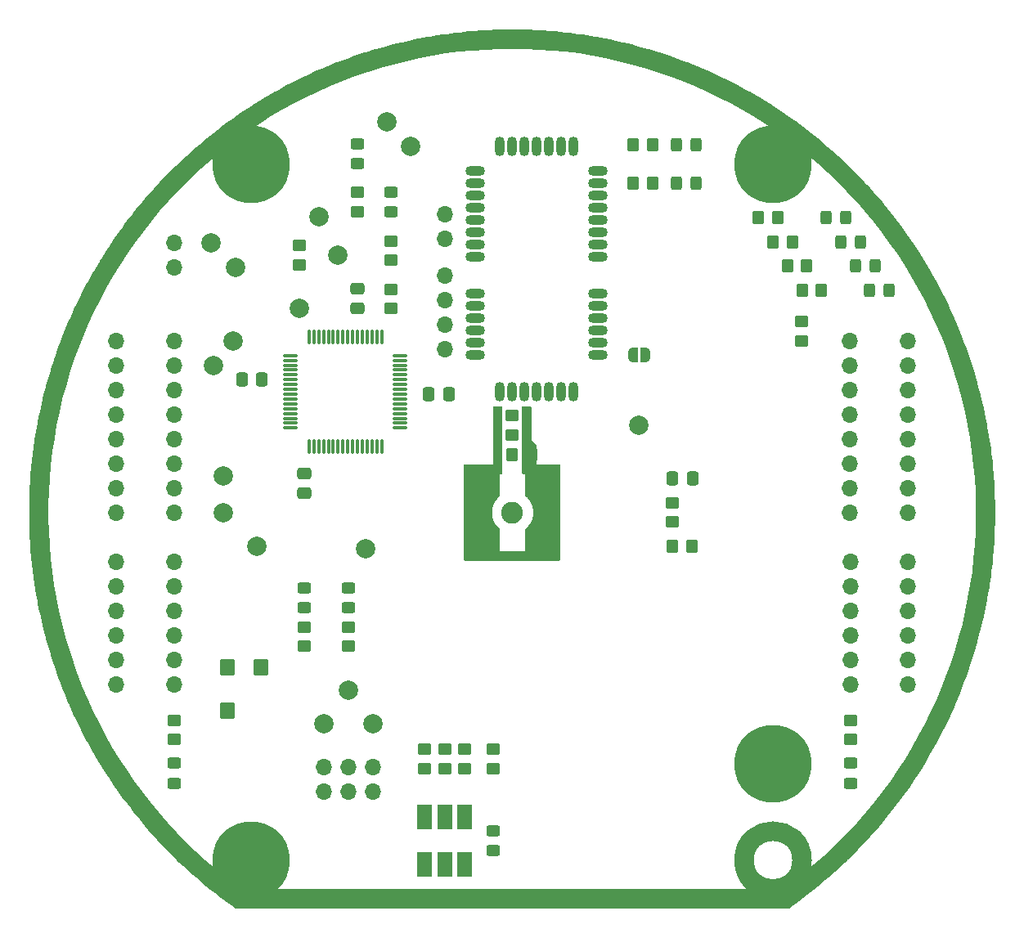
<source format=gbr>
%TF.GenerationSoftware,KiCad,Pcbnew,9.0.4*%
%TF.CreationDate,2025-08-27T20:59:25+02:00*%
%TF.ProjectId,TelemetryOnboard,54656c65-6d65-4747-9279-4f6e626f6172,rev?*%
%TF.SameCoordinates,Original*%
%TF.FileFunction,Soldermask,Top*%
%TF.FilePolarity,Negative*%
%FSLAX46Y46*%
G04 Gerber Fmt 4.6, Leading zero omitted, Abs format (unit mm)*
G04 Created by KiCad (PCBNEW 9.0.4) date 2025-08-27 20:59:25*
%MOMM*%
%LPD*%
G01*
G04 APERTURE LIST*
G04 Aperture macros list*
%AMRoundRect*
0 Rectangle with rounded corners*
0 $1 Rounding radius*
0 $2 $3 $4 $5 $6 $7 $8 $9 X,Y pos of 4 corners*
0 Add a 4 corners polygon primitive as box body*
4,1,4,$2,$3,$4,$5,$6,$7,$8,$9,$2,$3,0*
0 Add four circle primitives for the rounded corners*
1,1,$1+$1,$2,$3*
1,1,$1+$1,$4,$5*
1,1,$1+$1,$6,$7*
1,1,$1+$1,$8,$9*
0 Add four rect primitives between the rounded corners*
20,1,$1+$1,$2,$3,$4,$5,0*
20,1,$1+$1,$4,$5,$6,$7,0*
20,1,$1+$1,$6,$7,$8,$9,0*
20,1,$1+$1,$8,$9,$2,$3,0*%
%AMFreePoly0*
4,1,23,0.500000,-0.750000,0.000000,-0.750000,0.000000,-0.745722,-0.065263,-0.745722,-0.191342,-0.711940,-0.304381,-0.646677,-0.396677,-0.554381,-0.461940,-0.441342,-0.495722,-0.315263,-0.495722,-0.250000,-0.500000,-0.250000,-0.500000,0.250000,-0.495722,0.250000,-0.495722,0.315263,-0.461940,0.441342,-0.396677,0.554381,-0.304381,0.646677,-0.191342,0.711940,-0.065263,0.745722,0.000000,0.745722,
0.000000,0.750000,0.500000,0.750000,0.500000,-0.750000,0.500000,-0.750000,$1*%
%AMFreePoly1*
4,1,23,0.000000,0.745722,0.065263,0.745722,0.191342,0.711940,0.304381,0.646677,0.396677,0.554381,0.461940,0.441342,0.495722,0.315263,0.495722,0.250000,0.500000,0.250000,0.500000,-0.250000,0.495722,-0.250000,0.495722,-0.315263,0.461940,-0.441342,0.396677,-0.554381,0.304381,-0.646677,0.191342,-0.711940,0.065263,-0.745722,0.000000,-0.745722,0.000000,-0.750000,-0.500000,-0.750000,
-0.500000,0.750000,0.000000,0.750000,0.000000,0.745722,0.000000,0.745722,$1*%
G04 Aperture macros list end*
%ADD10C,2.000000*%
%ADD11C,0.010000*%
%ADD12C,2.000000*%
%ADD13RoundRect,0.250000X-0.337500X-0.475000X0.337500X-0.475000X0.337500X0.475000X-0.337500X0.475000X0*%
%ADD14RoundRect,0.250000X0.337500X0.475000X-0.337500X0.475000X-0.337500X-0.475000X0.337500X-0.475000X0*%
%ADD15RoundRect,0.250000X-0.450000X0.350000X-0.450000X-0.350000X0.450000X-0.350000X0.450000X0.350000X0*%
%ADD16O,1.700000X1.700000*%
%ADD17RoundRect,0.250000X0.450000X-0.325000X0.450000X0.325000X-0.450000X0.325000X-0.450000X-0.325000X0*%
%ADD18C,4.700000*%
%ADD19C,8.000000*%
%ADD20R,1.600000X2.600000*%
%ADD21RoundRect,0.250000X0.350000X0.450000X-0.350000X0.450000X-0.350000X-0.450000X0.350000X-0.450000X0*%
%ADD22RoundRect,0.250000X0.325000X0.450000X-0.325000X0.450000X-0.325000X-0.450000X0.325000X-0.450000X0*%
%ADD23RoundRect,0.250000X-0.475000X0.337500X-0.475000X-0.337500X0.475000X-0.337500X0.475000X0.337500X0*%
%ADD24RoundRect,0.075000X-0.075000X0.662500X-0.075000X-0.662500X0.075000X-0.662500X0.075000X0.662500X0*%
%ADD25RoundRect,0.075000X-0.662500X0.075000X-0.662500X-0.075000X0.662500X-0.075000X0.662500X0.075000X0*%
%ADD26RoundRect,0.250000X0.450000X-0.350000X0.450000X0.350000X-0.450000X0.350000X-0.450000X-0.350000X0*%
%ADD27RoundRect,0.102000X-0.650000X-0.750000X0.650000X-0.750000X0.650000X0.750000X-0.650000X0.750000X0*%
%ADD28C,2.254000*%
%ADD29RoundRect,0.250000X-0.350000X-0.450000X0.350000X-0.450000X0.350000X0.450000X-0.350000X0.450000X0*%
%ADD30RoundRect,0.508000X-0.000010X0.508000X-0.000010X-0.508000X0.000010X-0.508000X0.000010X0.508000X0*%
%ADD31RoundRect,0.508000X0.000010X-0.508000X0.000010X0.508000X-0.000010X0.508000X-0.000010X-0.508000X0*%
%ADD32RoundRect,0.508000X-0.508000X-0.000010X0.508000X-0.000010X0.508000X0.000010X-0.508000X0.000010X0*%
%ADD33RoundRect,0.250000X0.475000X-0.337500X0.475000X0.337500X-0.475000X0.337500X-0.475000X-0.337500X0*%
%ADD34FreePoly0,0.000000*%
%ADD35FreePoly1,0.000000*%
G04 APERTURE END LIST*
D10*
X29999984Y-35999940D02*
G75*
G02*
X23999984Y-35999940I-3000000J0D01*
G01*
X23999984Y-35999940D02*
G75*
G02*
X29999984Y-35999940I3000000J0D01*
G01*
D11*
%TO.C,J3*%
X-1340016Y1770060D02*
X-1385016Y1731060D01*
X-1436016Y1684060D01*
X-1485016Y1636060D01*
X-1533016Y1587060D01*
X-1580016Y1536060D01*
X-1625016Y1484060D01*
X-1669016Y1430060D01*
X-1711016Y1375060D01*
X-1751016Y1320060D01*
X-1790016Y1262060D01*
X-1827016Y1204060D01*
X-1862016Y1145060D01*
X-1896016Y1085060D01*
X-1928016Y1024060D01*
X-1958016Y962060D01*
X-1986016Y899060D01*
X-2012016Y835060D01*
X-2037016Y770060D01*
X-2060016Y705060D01*
X-2080016Y639060D01*
X-2099016Y573060D01*
X-2116016Y506060D01*
X-2131016Y439060D01*
X-2144016Y371060D01*
X-2155016Y303060D01*
X-2164016Y235060D01*
X-2171016Y166060D01*
X-2176016Y97060D01*
X-2179016Y28060D01*
X-2180016Y-49940D01*
X-2176016Y-125940D01*
X-2171016Y-189940D01*
X-2164016Y-253940D01*
X-2156016Y-317940D01*
X-2145016Y-380940D01*
X-2133016Y-443940D01*
X-2118016Y-506940D01*
X-2102016Y-568940D01*
X-2084016Y-630940D01*
X-2065016Y-691940D01*
X-2043016Y-752940D01*
X-2020016Y-812940D01*
X-1995016Y-871940D01*
X-1968016Y-930940D01*
X-1940016Y-987940D01*
X-1910016Y-1044940D01*
X-1878016Y-1100940D01*
X-1845016Y-1155940D01*
X-1810016Y-1209940D01*
X-1774016Y-1262940D01*
X-1736016Y-1314940D01*
X-1696016Y-1365940D01*
X-1655016Y-1415940D01*
X-1613016Y-1463940D01*
X-1569016Y-1510940D01*
X-1524016Y-1556940D01*
X-1478016Y-1601940D01*
X-1430016Y-1644940D01*
X-1381016Y-1686940D01*
X-1340016Y-1719940D01*
X-1340016Y-3979940D01*
X-3980016Y-3979940D01*
X-3980016Y3980060D01*
X-1340016Y3980060D01*
X-1340016Y1770060D01*
G36*
X-1340016Y1770060D02*
G01*
X-1385016Y1731060D01*
X-1436016Y1684060D01*
X-1485016Y1636060D01*
X-1533016Y1587060D01*
X-1580016Y1536060D01*
X-1625016Y1484060D01*
X-1669016Y1430060D01*
X-1711016Y1375060D01*
X-1751016Y1320060D01*
X-1790016Y1262060D01*
X-1827016Y1204060D01*
X-1862016Y1145060D01*
X-1896016Y1085060D01*
X-1928016Y1024060D01*
X-1958016Y962060D01*
X-1986016Y899060D01*
X-2012016Y835060D01*
X-2037016Y770060D01*
X-2060016Y705060D01*
X-2080016Y639060D01*
X-2099016Y573060D01*
X-2116016Y506060D01*
X-2131016Y439060D01*
X-2144016Y371060D01*
X-2155016Y303060D01*
X-2164016Y235060D01*
X-2171016Y166060D01*
X-2176016Y97060D01*
X-2179016Y28060D01*
X-2180016Y-49940D01*
X-2176016Y-125940D01*
X-2171016Y-189940D01*
X-2164016Y-253940D01*
X-2156016Y-317940D01*
X-2145016Y-380940D01*
X-2133016Y-443940D01*
X-2118016Y-506940D01*
X-2102016Y-568940D01*
X-2084016Y-630940D01*
X-2065016Y-691940D01*
X-2043016Y-752940D01*
X-2020016Y-812940D01*
X-1995016Y-871940D01*
X-1968016Y-930940D01*
X-1940016Y-987940D01*
X-1910016Y-1044940D01*
X-1878016Y-1100940D01*
X-1845016Y-1155940D01*
X-1810016Y-1209940D01*
X-1774016Y-1262940D01*
X-1736016Y-1314940D01*
X-1696016Y-1365940D01*
X-1655016Y-1415940D01*
X-1613016Y-1463940D01*
X-1569016Y-1510940D01*
X-1524016Y-1556940D01*
X-1478016Y-1601940D01*
X-1430016Y-1644940D01*
X-1381016Y-1686940D01*
X-1340016Y-1719940D01*
X-1340016Y-3979940D01*
X-3980016Y-3979940D01*
X-3980016Y3980060D01*
X-1340016Y3980060D01*
X-1340016Y1770060D01*
G37*
X3979984Y-3979940D02*
X1339984Y-3979940D01*
X1339984Y-1719940D01*
X1390984Y-1676940D01*
X1440984Y-1632940D01*
X1488984Y-1587940D01*
X1535984Y-1541940D01*
X1580984Y-1493940D01*
X1624984Y-1444940D01*
X1666984Y-1394940D01*
X1707984Y-1342940D01*
X1747984Y-1289940D01*
X1785984Y-1236940D01*
X1821984Y-1181940D01*
X1856984Y-1125940D01*
X1889984Y-1068940D01*
X1920984Y-1010940D01*
X1950984Y-951940D01*
X1978984Y-891940D01*
X2004984Y-831940D01*
X2029984Y-770940D01*
X2052984Y-708940D01*
X2073984Y-646940D01*
X2092984Y-583940D01*
X2109984Y-519940D01*
X2124984Y-455940D01*
X2138984Y-390940D01*
X2149984Y-326940D01*
X2159984Y-260940D01*
X2167984Y-195940D01*
X2173984Y-129940D01*
X2177984Y-64940D01*
X2179984Y60D01*
X2178984Y52060D01*
X2175984Y119060D01*
X2170984Y186060D01*
X2163984Y253060D01*
X2155984Y320060D01*
X2144984Y387060D01*
X2131984Y453060D01*
X2117984Y519060D01*
X2100984Y584060D01*
X2082984Y649060D01*
X2061984Y713060D01*
X2039984Y777060D01*
X2015984Y840060D01*
X1989984Y902060D01*
X1962984Y964060D01*
X1932984Y1025060D01*
X1901984Y1084060D01*
X1869984Y1143060D01*
X1834984Y1201060D01*
X1798984Y1258060D01*
X1760984Y1314060D01*
X1720984Y1368060D01*
X1679984Y1422060D01*
X1637984Y1474060D01*
X1593984Y1525060D01*
X1547984Y1575060D01*
X1500984Y1623060D01*
X1452984Y1670060D01*
X1402984Y1716060D01*
X1339984Y1770060D01*
X1339984Y3980060D01*
X3979984Y3980060D01*
X3979984Y-3979940D01*
G36*
X3979984Y-3979940D02*
G01*
X1339984Y-3979940D01*
X1339984Y-1719940D01*
X1390984Y-1676940D01*
X1440984Y-1632940D01*
X1488984Y-1587940D01*
X1535984Y-1541940D01*
X1580984Y-1493940D01*
X1624984Y-1444940D01*
X1666984Y-1394940D01*
X1707984Y-1342940D01*
X1747984Y-1289940D01*
X1785984Y-1236940D01*
X1821984Y-1181940D01*
X1856984Y-1125940D01*
X1889984Y-1068940D01*
X1920984Y-1010940D01*
X1950984Y-951940D01*
X1978984Y-891940D01*
X2004984Y-831940D01*
X2029984Y-770940D01*
X2052984Y-708940D01*
X2073984Y-646940D01*
X2092984Y-583940D01*
X2109984Y-519940D01*
X2124984Y-455940D01*
X2138984Y-390940D01*
X2149984Y-326940D01*
X2159984Y-260940D01*
X2167984Y-195940D01*
X2173984Y-129940D01*
X2177984Y-64940D01*
X2179984Y60D01*
X2178984Y52060D01*
X2175984Y119060D01*
X2170984Y186060D01*
X2163984Y253060D01*
X2155984Y320060D01*
X2144984Y387060D01*
X2131984Y453060D01*
X2117984Y519060D01*
X2100984Y584060D01*
X2082984Y649060D01*
X2061984Y713060D01*
X2039984Y777060D01*
X2015984Y840060D01*
X1989984Y902060D01*
X1962984Y964060D01*
X1932984Y1025060D01*
X1901984Y1084060D01*
X1869984Y1143060D01*
X1834984Y1201060D01*
X1798984Y1258060D01*
X1760984Y1314060D01*
X1720984Y1368060D01*
X1679984Y1422060D01*
X1637984Y1474060D01*
X1593984Y1525060D01*
X1547984Y1575060D01*
X1500984Y1623060D01*
X1452984Y1670060D01*
X1402984Y1716060D01*
X1339984Y1770060D01*
X1339984Y3980060D01*
X3979984Y3980060D01*
X3979984Y-3979940D01*
G37*
%TD*%
D12*
%TO.C,TP13*%
X-30920016Y15240060D03*
%TD*%
D13*
%TO.C,C5*%
X16579984Y3500060D03*
X18654984Y3500060D03*
%TD*%
D14*
%TO.C,C2*%
X-6575016Y12240060D03*
X-8650016Y12240060D03*
%TD*%
D15*
%TO.C,R15*%
X-21565016Y-11874940D03*
X-21565016Y-13874940D03*
%TD*%
D16*
%TO.C,J1*%
X-19525016Y-26374940D03*
X-19525016Y-28914940D03*
X-16985016Y-26374940D03*
X-16985016Y-28914940D03*
X-14445016Y-26374940D03*
X-14445016Y-28914940D03*
%TD*%
D17*
%TO.C,D12*%
X-35000016Y-28024940D03*
X-35000016Y-25974940D03*
%TD*%
D12*
%TO.C,TP8*%
X-19525016Y-21874940D03*
%TD*%
D18*
%TO.C,M1*%
X-27000016Y36000060D03*
D19*
X-27000016Y36000060D03*
%TD*%
D18*
%TO.C,M3*%
X26999984Y-25999940D03*
D19*
X26999984Y-25999940D03*
%TD*%
D16*
%TO.C,JL1*%
X-35000016Y17780060D03*
X-35000016Y15240060D03*
X-35000016Y12700060D03*
X-35000016Y10160060D03*
X-35000016Y7620060D03*
X-35000016Y5080060D03*
X-35000016Y2540060D03*
X-35000016Y60D03*
%TD*%
D15*
%TO.C,R1*%
X-2000016Y-24499940D03*
X-2000016Y-26499940D03*
%TD*%
D12*
%TO.C,TP5*%
X-22025016Y21152560D03*
%TD*%
%TO.C,TP7*%
X-14445016Y-21874940D03*
%TD*%
%TO.C,TP9*%
X-16985016Y-18374940D03*
%TD*%
D17*
%TO.C,D16*%
X-16985016Y-9899940D03*
X-16985016Y-7849940D03*
%TD*%
D12*
%TO.C,TP11*%
X-29920016Y60D03*
%TD*%
D20*
%TO.C,D2*%
X-4900016Y-31549940D03*
X-7000016Y-31549940D03*
X-9100016Y-31549940D03*
X-9100016Y-36449940D03*
X-7000016Y-36449940D03*
X-4900016Y-36449940D03*
%TD*%
D16*
%TO.C,J2*%
X-6990016Y30895062D03*
X-6990016Y28355062D03*
%TD*%
D21*
%TO.C,R6*%
X28999984Y28000060D03*
X26999984Y28000060D03*
%TD*%
D12*
%TO.C,TP4*%
X-13000016Y40400062D03*
%TD*%
D16*
%TO.C,J5*%
X-35000016Y27940060D03*
X-35000016Y25400060D03*
%TD*%
%TO.C,JL4*%
X-40975016Y-5079940D03*
X-40975016Y-7619940D03*
X-40975016Y-10159940D03*
X-40975016Y-12699940D03*
X-40975016Y-15239940D03*
X-40975016Y-17779940D03*
%TD*%
D15*
%TO.C,R20*%
X-22025016Y27652560D03*
X-22025016Y25652560D03*
%TD*%
%TO.C,R12*%
X-35000016Y-21499940D03*
X-35000016Y-23499940D03*
%TD*%
%TO.C,R2*%
X-4900016Y-24499940D03*
X-4900016Y-26499940D03*
%TD*%
D12*
%TO.C,TP2*%
X-20025016Y30652560D03*
%TD*%
D21*
%TO.C,R5*%
X27499984Y30500060D03*
X25499984Y30500060D03*
%TD*%
D22*
%TO.C,D6*%
X36049984Y28000060D03*
X33999984Y28000060D03*
%TD*%
D16*
%TO.C,JR4*%
X40974984Y-17804940D03*
X40974984Y-15264940D03*
X40974984Y-12724940D03*
X40974984Y-10184940D03*
X40974984Y-7644940D03*
X40974984Y-5104940D03*
%TD*%
D23*
%TO.C,C3*%
X-21500016Y4037560D03*
X-21500016Y1962560D03*
%TD*%
D15*
%TO.C,R11*%
X34999984Y-21499940D03*
X34999984Y-23499940D03*
%TD*%
D18*
%TO.C,M4*%
X26999984Y36000060D03*
D19*
X26999984Y36000060D03*
%TD*%
D17*
%TO.C,D13*%
X-12525016Y31090060D03*
X-12525016Y33140060D03*
%TD*%
D22*
%TO.C,D10*%
X19049984Y34090060D03*
X16999984Y34090060D03*
%TD*%
D13*
%TO.C,C4*%
X-27975016Y13740060D03*
X-25900016Y13740060D03*
%TD*%
D24*
%TO.C,U1*%
X-13525016Y18152560D03*
X-14025016Y18152560D03*
X-14525016Y18152560D03*
X-15025016Y18152560D03*
X-15525016Y18152560D03*
X-16025016Y18152560D03*
X-16525016Y18152560D03*
X-17025016Y18152560D03*
X-17525016Y18152560D03*
X-18025016Y18152560D03*
X-18525016Y18152560D03*
X-19025016Y18152560D03*
X-19525016Y18152560D03*
X-20025016Y18152560D03*
X-20525016Y18152560D03*
X-21025016Y18152560D03*
D25*
X-22937516Y16240060D03*
X-22937516Y15740060D03*
X-22937516Y15240060D03*
X-22937516Y14740060D03*
X-22937516Y14240060D03*
X-22937516Y13740060D03*
X-22937516Y13240060D03*
X-22937516Y12740060D03*
X-22937516Y12240060D03*
X-22937516Y11740060D03*
X-22937516Y11240060D03*
X-22937516Y10740060D03*
X-22937516Y10240060D03*
X-22937516Y9740060D03*
X-22937516Y9240060D03*
X-22937516Y8740060D03*
D24*
X-21025016Y6827560D03*
X-20525016Y6827560D03*
X-20025016Y6827560D03*
X-19525016Y6827560D03*
X-19025016Y6827560D03*
X-18525016Y6827560D03*
X-18025016Y6827560D03*
X-17525016Y6827560D03*
X-17025016Y6827560D03*
X-16525016Y6827560D03*
X-16025016Y6827560D03*
X-15525016Y6827560D03*
X-15025016Y6827560D03*
X-14525016Y6827560D03*
X-14025016Y6827560D03*
X-13525016Y6827560D03*
D25*
X-11612516Y8740060D03*
X-11612516Y9240060D03*
X-11612516Y9740060D03*
X-11612516Y10240060D03*
X-11612516Y10740060D03*
X-11612516Y11240060D03*
X-11612516Y11740060D03*
X-11612516Y12240060D03*
X-11612516Y12740060D03*
X-11612516Y13240060D03*
X-11612516Y13740060D03*
X-11612516Y14240060D03*
X-11612516Y14740060D03*
X-11612516Y15240060D03*
X-11612516Y15740060D03*
X-11612516Y16240060D03*
%TD*%
D22*
%TO.C,D7*%
X37549984Y25500060D03*
X35499984Y25500060D03*
%TD*%
D21*
%TO.C,R18*%
X18579984Y-3499940D03*
X16579984Y-3499940D03*
%TD*%
%TO.C,R9*%
X14499984Y38040060D03*
X12499984Y38040060D03*
%TD*%
D17*
%TO.C,D15*%
X-21565016Y-9899940D03*
X-21565016Y-7849940D03*
%TD*%
D22*
%TO.C,D9*%
X19049984Y38040060D03*
X16999984Y38040060D03*
%TD*%
D12*
%TO.C,TP17*%
X-26437516Y-3467440D03*
%TD*%
D15*
%TO.C,R3*%
X-7000016Y-24499940D03*
X-7000016Y-26499940D03*
%TD*%
D17*
%TO.C,D14*%
X-16025016Y36090060D03*
X-16025016Y38140060D03*
%TD*%
D16*
%TO.C,JL3*%
X-40975016Y17780060D03*
X-40975016Y15240060D03*
X-40975016Y12700060D03*
X-40975016Y10160060D03*
X-40975016Y7620060D03*
X-40975016Y5080060D03*
X-40975016Y2540060D03*
X-40975016Y60D03*
%TD*%
%TO.C,JR1*%
X34974984Y60D03*
X34974984Y2540060D03*
X34974984Y5080060D03*
X34974984Y7620060D03*
X34974984Y10160060D03*
X34974984Y12700060D03*
X34974984Y15240060D03*
X34974984Y17780060D03*
%TD*%
D17*
%TO.C,D11*%
X34999984Y-28024940D03*
X34999984Y-25974940D03*
%TD*%
D22*
%TO.C,D8*%
X39049984Y23000060D03*
X36999984Y23000060D03*
%TD*%
D26*
%TO.C,R21*%
X29974984Y17780060D03*
X29974984Y19780060D03*
%TD*%
%TO.C,R14*%
X-16025016Y31115060D03*
X-16025016Y33115060D03*
%TD*%
D15*
%TO.C,ZS1*%
X-16Y10000060D03*
X-16Y8000060D03*
%TD*%
D16*
%TO.C,JL2*%
X-35000016Y-5079940D03*
X-35000016Y-7619940D03*
X-35000016Y-10159940D03*
X-35000016Y-12699940D03*
X-35000016Y-15239940D03*
X-35000016Y-17779940D03*
%TD*%
D12*
%TO.C,TP3*%
X-10500016Y37900062D03*
%TD*%
%TO.C,TP10*%
X-29920016Y3810060D03*
%TD*%
%TO.C,TP6*%
X-18025016Y26652560D03*
%TD*%
D27*
%TO.C,LS1*%
X-26000000Y-16000000D03*
X-29500000Y-20500000D03*
X-29500000Y-16000000D03*
%TD*%
D21*
%TO.C,R7*%
X30499984Y25500060D03*
X28499984Y25500060D03*
%TD*%
D12*
%TO.C,TP14*%
X-31190016Y27940060D03*
%TD*%
D16*
%TO.C,JR3*%
X40974984Y60D03*
X40974984Y2540060D03*
X40974984Y5080060D03*
X40974984Y7620060D03*
X40974984Y10160060D03*
X40974984Y12700060D03*
X40974984Y15240060D03*
X40974984Y17780060D03*
%TD*%
D21*
%TO.C,R8*%
X31999984Y23000060D03*
X29999984Y23000060D03*
%TD*%
D26*
%TO.C,R16*%
X-16985016Y-13874940D03*
X-16985016Y-11874940D03*
%TD*%
D28*
%TO.C,J3*%
X-16Y60D03*
%TD*%
D15*
%TO.C,R4*%
X-9100016Y-24499940D03*
X-9100016Y-26499940D03*
%TD*%
D16*
%TO.C,J4*%
X-6990016Y16925062D03*
X-6990016Y19465062D03*
X-6990016Y22005062D03*
X-6990016Y24545062D03*
%TD*%
D22*
%TO.C,D5*%
X34549984Y30500060D03*
X32499984Y30500060D03*
%TD*%
D12*
%TO.C,TP15*%
X-28650016Y25400060D03*
%TD*%
D21*
%TO.C,R10*%
X14499984Y34090060D03*
X12499984Y34090060D03*
%TD*%
D12*
%TO.C,TP12*%
X-28920016Y17780060D03*
%TD*%
D16*
%TO.C,JR2*%
X34999984Y-17804940D03*
X34999984Y-15264940D03*
X34999984Y-12724940D03*
X34999984Y-10184940D03*
X34999984Y-7644940D03*
X34999984Y-5104940D03*
%TD*%
D29*
%TO.C,ZP1*%
X-16Y6000060D03*
X1999984Y6000060D03*
%TD*%
D15*
%TO.C,R19*%
X-12525016Y23115060D03*
X-12525016Y21115060D03*
%TD*%
D18*
%TO.C,M2*%
X-27000016Y-35999940D03*
D19*
X-27000016Y-35999940D03*
%TD*%
D15*
%TO.C,R13*%
X-12525016Y28115060D03*
X-12525016Y26115060D03*
%TD*%
D30*
%TO.C,U2*%
X6349984Y37900062D03*
X5079984Y37900062D03*
X3809984Y37900062D03*
X2539984Y37900062D03*
X1269984Y37900062D03*
X-16Y37900062D03*
X-1270016Y37900062D03*
D31*
X-1270016Y12500062D03*
X-16Y12500062D03*
X1269984Y12500062D03*
X2539984Y12500062D03*
X3809984Y12500062D03*
X5079984Y12500062D03*
X6349984Y12500062D03*
D32*
X-3810016Y35360062D03*
X-3810016Y34090062D03*
X-3810016Y32820062D03*
X-3800993Y31548107D03*
X-3810016Y30280062D03*
X-3810016Y29010062D03*
X-3810016Y27740062D03*
X-3810016Y26470062D03*
X8889984Y26470062D03*
X8889984Y27740062D03*
X8889984Y29010062D03*
X8889984Y30280062D03*
X8889984Y31550062D03*
X8889984Y32820062D03*
X8889984Y34090062D03*
X8889984Y35360062D03*
X8889984Y22660062D03*
X-3810016Y22660062D03*
X8889984Y21390062D03*
X-3810016Y21390062D03*
X8889984Y20120062D03*
X-3810016Y20120062D03*
X8889984Y18850062D03*
X-3810016Y18850062D03*
X8889984Y17580062D03*
X-3810016Y17580062D03*
X8889984Y16310062D03*
X-3810016Y16310062D03*
%TD*%
D33*
%TO.C,C1*%
X-16025016Y21115060D03*
X-16025016Y23190060D03*
%TD*%
D12*
%TO.C,TP16*%
X13139984Y9000062D03*
%TD*%
%TO.C,TP1*%
X-15215016Y-3749980D03*
%TD*%
D17*
%TO.C,D1*%
X-2000016Y-35024940D03*
X-2000016Y-32974940D03*
%TD*%
D15*
%TO.C,R17*%
X16579984Y1000060D03*
X16579984Y-999940D03*
%TD*%
D34*
%TO.C,JP1*%
X12474984Y16310062D03*
D35*
X13774984Y16310062D03*
%TD*%
G36*
X214406Y49999546D02*
G01*
X1165464Y49986065D01*
X1166846Y49986037D01*
X1578555Y49975610D01*
X1580686Y49975538D01*
X2572613Y49933342D01*
X2573620Y49933295D01*
X2846384Y49919469D01*
X2847952Y49919380D01*
X3087698Y49904182D01*
X3088632Y49904119D01*
X4056234Y49835440D01*
X4056862Y49835394D01*
X4109491Y49831390D01*
X4111059Y49831260D01*
X4500323Y49796670D01*
X4501629Y49796547D01*
X5452175Y49701939D01*
X5453993Y49701745D01*
X5876222Y49653423D01*
X5877896Y49653220D01*
X6818441Y49532603D01*
X6819882Y49532409D01*
X7232585Y49474556D01*
X7234623Y49474253D01*
X8203253Y49322020D01*
X8204318Y49321848D01*
X8503924Y49272085D01*
X8505473Y49271818D01*
X8706258Y49235849D01*
X8707108Y49235694D01*
X9643421Y49061216D01*
X9644112Y49061085D01*
X9748798Y49040962D01*
X9750339Y49040655D01*
X10108491Y48967092D01*
X10109704Y48966837D01*
X11049129Y48764074D01*
X11050984Y48763659D01*
X11463546Y48667973D01*
X11465116Y48667598D01*
X12384503Y48441713D01*
X12385982Y48441340D01*
X12792977Y48336020D01*
X12794899Y48335506D01*
X13730592Y48077288D01*
X13731699Y48076977D01*
X14051190Y47985610D01*
X14052697Y47985168D01*
X14209717Y47938105D01*
X14210477Y47937875D01*
X15114623Y47660560D01*
X15115364Y47660330D01*
X15261605Y47614472D01*
X15263100Y47613993D01*
X15585499Y47508396D01*
X15586608Y47508027D01*
X16504049Y47197924D01*
X16505911Y47197278D01*
X16902669Y47056105D01*
X16904120Y47055579D01*
X17791934Y46727175D01*
X17793428Y46726611D01*
X18188259Y46574755D01*
X18190044Y46574053D01*
X19083175Y46214591D01*
X19084306Y46214129D01*
X19416119Y46076769D01*
X19417566Y46076159D01*
X19526977Y46029234D01*
X19527640Y46028947D01*
X20398156Y45649577D01*
X20398931Y45649236D01*
X20576501Y45570404D01*
X20577933Y45569758D01*
X20860662Y45439929D01*
X20861657Y45439467D01*
X21746650Y45023560D01*
X21748491Y45022676D01*
X22123657Y44838761D01*
X22124975Y44838105D01*
X22970897Y44410884D01*
X22972381Y44410122D01*
X23348843Y44213596D01*
X23350473Y44212730D01*
X24191805Y43757457D01*
X24192939Y43756835D01*
X24529251Y43570285D01*
X24530622Y43569514D01*
X24588888Y43536221D01*
X24589450Y43535897D01*
X25424335Y43053035D01*
X25425129Y43052572D01*
X25624545Y42935258D01*
X25625893Y42934454D01*
X25866411Y42788829D01*
X25867286Y42788294D01*
X26709366Y42268878D01*
X26711156Y42267753D01*
X27059172Y42044810D01*
X27060347Y42044048D01*
X27854584Y41522506D01*
X27856031Y41521541D01*
X28265659Y41244254D01*
X28266763Y41243498D01*
X28427293Y41132287D01*
X28427484Y41132154D01*
X28686228Y40952184D01*
X28686754Y40951816D01*
X28894102Y40805997D01*
X28894859Y40805461D01*
X29323935Y40498887D01*
X29325667Y40497627D01*
X30124694Y39905614D01*
X30125493Y39905016D01*
X30340262Y39743196D01*
X30341510Y39742243D01*
X30532048Y39594861D01*
X30532788Y39594285D01*
X31295699Y38994892D01*
X31296192Y38994502D01*
X31336818Y38962249D01*
X31338044Y38961263D01*
X31639339Y38715769D01*
X31640346Y38714940D01*
X32374709Y38103620D01*
X32376111Y38102435D01*
X32696872Y37827278D01*
X32698133Y37826182D01*
X33408999Y37199563D01*
X33410095Y37198585D01*
X33718606Y36920073D01*
X33720107Y36918695D01*
X34434295Y36252333D01*
X34435098Y36251577D01*
X34662402Y36035681D01*
X34663533Y36034593D01*
X34797537Y35904048D01*
X34798133Y35903464D01*
X35472448Y35237661D01*
X35472969Y35237143D01*
X35563640Y35146549D01*
X35564745Y35145432D01*
X35810116Y34893975D01*
X35810949Y34893112D01*
X36477899Y34196257D01*
X36479230Y34194845D01*
X36764949Y33886808D01*
X36766007Y33885653D01*
X37400669Y33183841D01*
X37401717Y33182667D01*
X37679636Y32867393D01*
X37680902Y32865933D01*
X38306897Y32133078D01*
X38307677Y32132157D01*
X38534969Y31860762D01*
X38535970Y31859550D01*
X38614143Y31763767D01*
X38614602Y31763202D01*
X39209900Y31025003D01*
X39210425Y31024348D01*
X39329310Y30874863D01*
X39330280Y30873627D01*
X39520488Y30628140D01*
X39521155Y30627271D01*
X40113205Y29849061D01*
X40114429Y29847424D01*
X40360432Y29512759D01*
X40361291Y29511576D01*
X40913471Y28741524D01*
X40914440Y28740154D01*
X41156257Y28393103D01*
X41157291Y28391595D01*
X41691535Y27600229D01*
X41692263Y27599139D01*
X41907697Y27272629D01*
X41908556Y27271308D01*
X41933462Y27232497D01*
X41933795Y27231975D01*
X42454857Y26411003D01*
X42455361Y26410203D01*
X42584807Y26202774D01*
X42585630Y26201436D01*
X42723496Y25974154D01*
X42724006Y25973305D01*
X43231512Y25121372D01*
X43231809Y25120871D01*
X43234579Y25116171D01*
X43235366Y25114817D01*
X43437473Y24761774D01*
X43438141Y24760592D01*
X43902056Y23929238D01*
X43902913Y23927675D01*
X44103834Y23555130D01*
X44104642Y23553607D01*
X44543552Y22711990D01*
X44544200Y22710731D01*
X44730787Y22342758D01*
X44731716Y22340886D01*
X45162297Y21455016D01*
X45162752Y21454070D01*
X45287977Y21190790D01*
X45288642Y21189368D01*
X45378679Y20993719D01*
X45379047Y20992912D01*
X45772476Y20121650D01*
X45772755Y20121027D01*
X45809953Y20037426D01*
X45810583Y20035987D01*
X45956988Y19695398D01*
X45957477Y19694244D01*
X46327467Y18808973D01*
X46328181Y18807227D01*
X46484856Y18415712D01*
X46485448Y18414205D01*
X46825584Y17530970D01*
X46826122Y17529547D01*
X46971649Y17137384D01*
X46972325Y17135517D01*
X47295154Y16220920D01*
X47295533Y16219830D01*
X47403717Y15904005D01*
X47404216Y15902516D01*
X47453271Y15753164D01*
X47453513Y15752421D01*
X47742800Y14852559D01*
X47743038Y14851809D01*
X47791184Y14698717D01*
X47791646Y14697215D01*
X47887139Y14379565D01*
X47887465Y14378464D01*
X48158278Y13446405D01*
X48158818Y13444488D01*
X48269009Y13041183D01*
X48269399Y13039719D01*
X48507670Y12123758D01*
X48508069Y12122183D01*
X48608925Y11712509D01*
X48609361Y11710679D01*
X48824465Y10776069D01*
X48824741Y10774841D01*
X48904609Y10410965D01*
X48904936Y10409429D01*
X48922651Y10323539D01*
X48922786Y10322875D01*
X49110987Y9384519D01*
X49111159Y9383644D01*
X49152530Y9169389D01*
X49152818Y9167845D01*
X49204037Y8883274D01*
X49204218Y8882246D01*
X49370694Y7910455D01*
X49371030Y7908387D01*
X49433751Y7500998D01*
X49433958Y7499602D01*
X49567756Y6559566D01*
X49567987Y6557852D01*
X49621764Y6138149D01*
X49621978Y6136386D01*
X49729402Y5190693D01*
X49729548Y5189338D01*
X49771201Y4782867D01*
X49771316Y4781691D01*
X49771342Y4781411D01*
X49771427Y4780452D01*
X49855673Y3789712D01*
X49855754Y3788719D01*
X49876347Y3521096D01*
X49876457Y3519530D01*
X49891958Y3278168D01*
X49892015Y3277230D01*
X49946871Y2308287D01*
X49946905Y2307659D01*
X49949506Y2257181D01*
X49949577Y2255611D01*
X49964687Y1866480D01*
X49964730Y1865175D01*
X49991734Y910407D01*
X49991773Y908574D01*
X49997478Y485775D01*
X49997489Y484102D01*
X49997489Y-463403D01*
X49997480Y-464871D01*
X49992560Y-880496D01*
X49992519Y-882534D01*
X49964900Y-1859047D01*
X49964864Y-1860147D01*
X49953243Y-2172761D01*
X49953175Y-2174330D01*
X49943808Y-2362202D01*
X49943764Y-2363036D01*
X49890194Y-3309267D01*
X49890150Y-3310000D01*
X49882213Y-3436878D01*
X49882105Y-3438444D01*
X49855689Y-3789349D01*
X49855593Y-3790547D01*
X49773879Y-4751497D01*
X49773700Y-4753427D01*
X49731554Y-5171543D01*
X49731387Y-5173102D01*
X49624596Y-6113224D01*
X49624408Y-6114785D01*
X49571688Y-6531712D01*
X49571431Y-6533629D01*
X49435573Y-7488134D01*
X49435397Y-7489327D01*
X49382230Y-7838505D01*
X49381984Y-7840056D01*
X49361636Y-7963189D01*
X49361515Y-7963909D01*
X49201412Y-8898508D01*
X49201267Y-8899334D01*
X49167936Y-9086294D01*
X49167651Y-9087838D01*
X49109118Y-9393694D01*
X49108907Y-9394771D01*
X48916692Y-10353142D01*
X48916274Y-10355142D01*
X48827871Y-10761113D01*
X48827551Y-10762541D01*
X48615015Y-11685996D01*
X48614628Y-11687627D01*
X48514222Y-12098395D01*
X48513774Y-12100169D01*
X48273364Y-13024353D01*
X48273028Y-13025619D01*
X48170704Y-13402592D01*
X48170283Y-13404105D01*
X48157291Y-13449677D01*
X48157118Y-13450279D01*
X47885931Y-14383627D01*
X47885664Y-14384532D01*
X47815919Y-14617933D01*
X47815460Y-14619434D01*
X47735873Y-14873974D01*
X47735573Y-14874921D01*
X47431762Y-15819960D01*
X47431586Y-15820503D01*
X47430475Y-15823905D01*
X47429976Y-15825400D01*
X47298601Y-16211010D01*
X47298156Y-16212294D01*
X46981300Y-17109969D01*
X46980695Y-17111644D01*
X46834089Y-17508731D01*
X46833480Y-17510346D01*
X46492323Y-18396232D01*
X46491807Y-18397548D01*
X46339225Y-18780673D01*
X46338435Y-18782610D01*
X45958503Y-19691670D01*
X45958095Y-19692635D01*
X45843708Y-19959957D01*
X45843081Y-19961397D01*
X45755401Y-20159335D01*
X45755038Y-20160146D01*
X45361565Y-21031506D01*
X45361283Y-21032125D01*
X45323618Y-21114330D01*
X45322955Y-21115754D01*
X45164066Y-21451243D01*
X45163523Y-21452375D01*
X44744121Y-22315245D01*
X44743284Y-22316934D01*
X44553189Y-22693369D01*
X44552449Y-22694811D01*
X44114769Y-23534069D01*
X44114058Y-23535412D01*
X43916163Y-23903802D01*
X43915209Y-23905545D01*
X43442462Y-24752728D01*
X43441896Y-24753731D01*
X43276873Y-25043108D01*
X43276086Y-25044467D01*
X43195940Y-25180961D01*
X43195541Y-25181636D01*
X42711818Y-25993646D01*
X42711414Y-25994320D01*
X42628934Y-26130802D01*
X42628113Y-26132141D01*
X42452622Y-26414394D01*
X42452010Y-26415368D01*
X41932046Y-27234611D01*
X41930967Y-27236281D01*
X41701208Y-27585765D01*
X41700367Y-27587028D01*
X41170808Y-28371452D01*
X41169891Y-28372791D01*
X40929294Y-28719314D01*
X40928208Y-28720853D01*
X40369266Y-29500335D01*
X40368529Y-29501352D01*
X40148756Y-29801374D01*
X40147820Y-29802635D01*
X40094358Y-29873713D01*
X40093948Y-29874255D01*
X39514732Y-30635595D01*
X39514190Y-30636302D01*
X39381289Y-30808414D01*
X39380322Y-30809650D01*
X39200279Y-31036808D01*
X39199626Y-31037625D01*
X38580906Y-31804869D01*
X38579577Y-31806488D01*
X38315344Y-32123057D01*
X38314433Y-32124136D01*
X37697874Y-32845944D01*
X37696743Y-32847250D01*
X37417359Y-33165247D01*
X37416176Y-33166575D01*
X36777705Y-33872597D01*
X36776786Y-33873601D01*
X36499928Y-34173078D01*
X36498840Y-34174241D01*
X36497235Y-34175933D01*
X36496853Y-34176333D01*
X35810045Y-34893936D01*
X35809355Y-34894652D01*
X35622973Y-35086291D01*
X35621871Y-35087410D01*
X35450382Y-35259324D01*
X35449715Y-35259987D01*
X34758558Y-35942420D01*
X34758111Y-35942859D01*
X34723121Y-35977060D01*
X34721989Y-35978152D01*
X34439782Y-36247083D01*
X34438831Y-36247980D01*
X33740390Y-36899650D01*
X33739041Y-36900890D01*
X33425726Y-37184683D01*
X33424478Y-37185799D01*
X32713540Y-37812481D01*
X32712435Y-37813443D01*
X32397584Y-38084436D01*
X32396026Y-38085755D01*
X31644895Y-38711033D01*
X31644047Y-38711732D01*
X31402478Y-38909228D01*
X31401256Y-38910215D01*
X31253469Y-39027948D01*
X31252813Y-39028467D01*
X30507191Y-39614275D01*
X30506614Y-39614725D01*
X30407290Y-39691817D01*
X30406043Y-39692773D01*
X30124879Y-39905349D01*
X30123916Y-39906070D01*
X29348977Y-40480236D01*
X29347412Y-40481376D01*
X28932629Y-40778776D01*
X28931705Y-40779432D01*
X28650251Y-40977368D01*
X28584091Y-40999831D01*
X28578920Y-40999939D01*
X-28578954Y-40999939D01*
X-28645993Y-40980254D01*
X-28650286Y-40977368D01*
X-28931862Y-40779344D01*
X-28932785Y-40778688D01*
X-29347402Y-40481407D01*
X-29348967Y-40480267D01*
X-30124014Y-39906021D01*
X-30124977Y-39905300D01*
X-30406075Y-39692774D01*
X-30407323Y-39691818D01*
X-30506542Y-39614807D01*
X-30507118Y-39614357D01*
X-31252936Y-39028395D01*
X-31253592Y-39027875D01*
X-31401327Y-38910183D01*
X-31402549Y-38909197D01*
X-31643897Y-38711883D01*
X-31644745Y-38711184D01*
X-32396122Y-38085702D01*
X-32397680Y-38084383D01*
X-32712407Y-37813496D01*
X-32713512Y-37812534D01*
X-33424596Y-37185722D01*
X-33425844Y-37184606D01*
X-33738972Y-36900985D01*
X-33740321Y-36899745D01*
X-34438933Y-36247915D01*
X-34439884Y-36247018D01*
X-34722020Y-35978154D01*
X-34723153Y-35977061D01*
X-34758007Y-35942992D01*
X-34758452Y-35942555D01*
X-35449839Y-35259898D01*
X-35450507Y-35259233D01*
X-35621864Y-35087450D01*
X-35622966Y-35086332D01*
X-35809328Y-34894715D01*
X-35810018Y-34893999D01*
X-36497353Y-34175843D01*
X-36497712Y-34175467D01*
X-36498812Y-34174308D01*
X-36499923Y-34173121D01*
X-36776746Y-33873681D01*
X-36777665Y-33872677D01*
X-37416295Y-33166479D01*
X-37417479Y-33165151D01*
X-37696733Y-32847299D01*
X-37697863Y-32845993D01*
X-38314567Y-32124016D01*
X-38315479Y-32122937D01*
X-38579562Y-31806547D01*
X-38580890Y-31804928D01*
X-39199735Y-31037528D01*
X-39200388Y-31036712D01*
X-39380415Y-30809577D01*
X-39381383Y-30808339D01*
X-39514019Y-30636569D01*
X-39514560Y-30635863D01*
X-40094140Y-29874042D01*
X-40094549Y-29873502D01*
X-40147871Y-29802613D01*
X-40148808Y-29801350D01*
X-40368467Y-29501484D01*
X-40369204Y-29500467D01*
X-40928316Y-28720748D01*
X-40929402Y-28719209D01*
X-41169839Y-28372915D01*
X-41170756Y-28371576D01*
X-41700469Y-27586924D01*
X-41701310Y-27585661D01*
X-41930935Y-27236381D01*
X-41932014Y-27234711D01*
X-42452136Y-26415220D01*
X-42452748Y-26414246D01*
X-42628146Y-26132143D01*
X-42628967Y-26130804D01*
X-42711293Y-25994577D01*
X-42711697Y-25993903D01*
X-43195672Y-25181469D01*
X-43196071Y-25180794D01*
X-43276118Y-25044469D01*
X-43276905Y-25043110D01*
X-43441852Y-24753867D01*
X-43442418Y-24752864D01*
X-43915297Y-23905445D01*
X-43916251Y-23903702D01*
X-44114021Y-23535545D01*
X-44114732Y-23534202D01*
X-44552544Y-22694689D01*
X-44553284Y-22693247D01*
X-44743264Y-22317040D01*
X-44744101Y-22315351D01*
X-45163631Y-21452218D01*
X-45164174Y-21451087D01*
X-45323019Y-21115692D01*
X-45323682Y-21114268D01*
X-45361138Y-21032521D01*
X-45361420Y-21031901D01*
X-45755169Y-20159927D01*
X-45755532Y-20159116D01*
X-45843114Y-19961399D01*
X-45843741Y-19959959D01*
X-45958049Y-19692821D01*
X-45958457Y-19691856D01*
X-46338505Y-18782519D01*
X-46339295Y-18780582D01*
X-46491798Y-18397656D01*
X-46492314Y-18396340D01*
X-46833550Y-17510249D01*
X-46834159Y-17508634D01*
X-46980671Y-17111803D01*
X-46981276Y-17110128D01*
X-47298247Y-16212128D01*
X-47298692Y-16210844D01*
X-47429990Y-15825462D01*
X-47430505Y-15823919D01*
X-47431514Y-15820825D01*
X-47431674Y-15820330D01*
X-47735669Y-14874721D01*
X-47735969Y-14873774D01*
X-47815493Y-14619436D01*
X-47815952Y-14617935D01*
X-47885626Y-14384772D01*
X-47885893Y-14383867D01*
X-48157275Y-13449846D01*
X-48157447Y-13449246D01*
X-48170301Y-13404161D01*
X-48170723Y-13402646D01*
X-48273011Y-13025810D01*
X-48273347Y-13024544D01*
X-48513831Y-12100074D01*
X-48514279Y-12098300D01*
X-48614636Y-11687731D01*
X-48615023Y-11686100D01*
X-48827611Y-10762420D01*
X-48827931Y-10760992D01*
X-48916287Y-10355238D01*
X-48916705Y-10353238D01*
X-49108984Y-9394547D01*
X-49109195Y-9393470D01*
X-49167681Y-9087855D01*
X-49167966Y-9086312D01*
X-49201258Y-8899573D01*
X-49201403Y-8898746D01*
X-49361590Y-7963657D01*
X-49361711Y-7962937D01*
X-49382017Y-7840058D01*
X-49382263Y-7838507D01*
X-49435402Y-7489513D01*
X-49435578Y-7488320D01*
X-49571484Y-6533480D01*
X-49571741Y-6531563D01*
X-49624420Y-6114962D01*
X-49624608Y-6113402D01*
X-49731439Y-5172931D01*
X-49731606Y-5171371D01*
X-49773720Y-4753567D01*
X-49773899Y-4751637D01*
X-49855644Y-3790322D01*
X-49855740Y-3789124D01*
X-49882139Y-3438446D01*
X-49882247Y-3436880D01*
X-49890162Y-3310357D01*
X-49890206Y-3309624D01*
X-49943817Y-2362679D01*
X-49943861Y-2361844D01*
X-49953209Y-2174331D01*
X-49953277Y-2172763D01*
X-49964889Y-1860380D01*
X-49964925Y-1859280D01*
X-49992554Y-882412D01*
X-49992595Y-880374D01*
X-49995792Y-610345D01*
X-47998630Y-610345D01*
X-47961166Y-1991809D01*
X-47883951Y-3371628D01*
X-47767039Y-4748725D01*
X-47610543Y-6121797D01*
X-47414580Y-7489842D01*
X-47179317Y-8851655D01*
X-46904946Y-10206158D01*
X-46591700Y-11552183D01*
X-46239830Y-12888656D01*
X-45849643Y-14214407D01*
X-45421444Y-15528407D01*
X-44955596Y-16829537D01*
X-44452499Y-18116679D01*
X-43912543Y-19388841D01*
X-43336197Y-20644911D01*
X-42723912Y-21883910D01*
X-42076250Y-23104702D01*
X-41393670Y-24306417D01*
X-40676817Y-25487922D01*
X-39926230Y-26648332D01*
X-39142537Y-27786669D01*
X-38326428Y-28901940D01*
X-37478522Y-29993288D01*
X-36599579Y-31059745D01*
X-35690303Y-32100451D01*
X-34751400Y-33114600D01*
X-33783744Y-34101246D01*
X-32788051Y-35059663D01*
X-31765178Y-35989020D01*
X-30716028Y-36888502D01*
X-29641350Y-37757464D01*
X-28542139Y-38595104D01*
X-27982152Y-38999938D01*
X-27982151Y-38999939D01*
X27982119Y-38999939D01*
X27982120Y-38999938D01*
X28542107Y-38595104D01*
X29641318Y-37757464D01*
X30715996Y-36888502D01*
X31765146Y-35989020D01*
X32788019Y-35059663D01*
X33783712Y-34101246D01*
X34751368Y-33114600D01*
X35690271Y-32100451D01*
X36599547Y-31059745D01*
X37478490Y-29993288D01*
X38326396Y-28901940D01*
X39142505Y-27786669D01*
X39926198Y-26648332D01*
X40676785Y-25487922D01*
X41393638Y-24306417D01*
X42076218Y-23104702D01*
X42723880Y-21883910D01*
X43336165Y-20644911D01*
X43912511Y-19388841D01*
X44452467Y-18116679D01*
X44955564Y-16829537D01*
X45421412Y-15528407D01*
X45849611Y-14214407D01*
X46239798Y-12888656D01*
X46591668Y-11552183D01*
X46904914Y-10206158D01*
X47179285Y-8851655D01*
X47414548Y-7489842D01*
X47610511Y-6121797D01*
X47767007Y-4748725D01*
X47883919Y-3371628D01*
X47961134Y-1991809D01*
X47998598Y-610345D01*
X47996275Y771693D01*
X47954173Y2153026D01*
X47872323Y3532578D01*
X47750786Y4909275D01*
X47589678Y6281817D01*
X47389120Y7649196D01*
X47149285Y9010212D01*
X46870372Y10363751D01*
X46552597Y11708757D01*
X46196246Y13044017D01*
X45801602Y14368472D01*
X45368997Y15681005D01*
X44898782Y16980563D01*
X44391364Y18266007D01*
X43847126Y19536372D01*
X43266571Y20790488D01*
X42650126Y22027424D01*
X41998365Y23246035D01*
X41311756Y24445447D01*
X40590945Y25624526D01*
X39836443Y26782440D01*
X39048959Y27918101D01*
X38229103Y29030629D01*
X37377528Y30119134D01*
X36495005Y31182632D01*
X35582223Y32220298D01*
X34639953Y33231249D01*
X33668955Y34214674D01*
X32670082Y35169707D01*
X31644076Y36095641D01*
X30591888Y36991610D01*
X29514337Y37856928D01*
X28412295Y38690885D01*
X27286749Y39492740D01*
X26138548Y40261889D01*
X24968661Y40997677D01*
X23778151Y41699439D01*
X22567857Y42366680D01*
X21338901Y42998782D01*
X20092273Y43595236D01*
X18828929Y44155583D01*
X17550017Y44679313D01*
X16256563Y45166010D01*
X14949638Y45615269D01*
X13630309Y46026722D01*
X12299648Y46400035D01*
X10958850Y46734873D01*
X9608959Y47030976D01*
X8251097Y47288098D01*
X6886368Y47506029D01*
X5515946Y47684581D01*
X4140969Y47823608D01*
X2762535Y47922995D01*
X1381846Y47982660D01*
X-16Y48002555D01*
X-1381878Y47982660D01*
X-2762567Y47922995D01*
X-4141001Y47823608D01*
X-5515978Y47684581D01*
X-6886400Y47506029D01*
X-8251129Y47288098D01*
X-9608991Y47030976D01*
X-10958882Y46734873D01*
X-12299680Y46400035D01*
X-13630341Y46026722D01*
X-14949670Y45615269D01*
X-16256595Y45166010D01*
X-17550049Y44679313D01*
X-18828961Y44155583D01*
X-20092305Y43595236D01*
X-21338933Y42998782D01*
X-22567889Y42366680D01*
X-23778183Y41699439D01*
X-24968693Y40997677D01*
X-26138580Y40261889D01*
X-27286781Y39492740D01*
X-28412327Y38690885D01*
X-29514369Y37856928D01*
X-30591920Y36991610D01*
X-31644108Y36095641D01*
X-32670114Y35169707D01*
X-33668987Y34214674D01*
X-34639985Y33231249D01*
X-35582255Y32220298D01*
X-36495037Y31182632D01*
X-37377560Y30119134D01*
X-38229135Y29030629D01*
X-39048991Y27918101D01*
X-39836475Y26782440D01*
X-40590977Y25624526D01*
X-41311788Y24445447D01*
X-41998397Y23246035D01*
X-42650158Y22027424D01*
X-43266603Y20790488D01*
X-43847158Y19536372D01*
X-44391396Y18266007D01*
X-44898814Y16980563D01*
X-45369029Y15681005D01*
X-45801634Y14368472D01*
X-46196278Y13044017D01*
X-46552629Y11708757D01*
X-46870404Y10363751D01*
X-47149317Y9010212D01*
X-47389152Y7649196D01*
X-47589710Y6281817D01*
X-47750818Y4909275D01*
X-47872355Y3532578D01*
X-47954205Y2153026D01*
X-47996307Y771693D01*
X-47998630Y-610345D01*
X-49995792Y-610345D01*
X-49997512Y-465041D01*
X-49997521Y-463573D01*
X-49997521Y484248D01*
X-49997510Y485921D01*
X-49991809Y908442D01*
X-49991770Y910275D01*
X-49964756Y1865357D01*
X-49964713Y1866662D01*
X-49949611Y2255605D01*
X-49949540Y2257174D01*
X-49946955Y2307346D01*
X-49946921Y2307975D01*
X-49892033Y3277476D01*
X-49891976Y3278414D01*
X-49876491Y3519528D01*
X-49876381Y3521094D01*
X-49855810Y3788438D01*
X-49855729Y3789431D01*
X-49771436Y4780726D01*
X-49771236Y4782861D01*
X-49729606Y5189108D01*
X-49729460Y5190462D01*
X-49621998Y6136497D01*
X-49621784Y6138262D01*
X-49568035Y6557739D01*
X-49567804Y6559452D01*
X-49433967Y7499762D01*
X-49433760Y7501158D01*
X-49371086Y7908242D01*
X-49370750Y7910310D01*
X-49204222Y8882414D01*
X-49204041Y8883443D01*
X-49152849Y9167858D01*
X-49152561Y9169401D01*
X-49111234Y9383428D01*
X-49111062Y9384303D01*
X-48922750Y10323219D01*
X-48922614Y10323885D01*
X-48904969Y10409429D01*
X-48904643Y10410963D01*
X-48824807Y10774694D01*
X-48824531Y10775922D01*
X-48609370Y11710780D01*
X-48608934Y11712610D01*
X-48508144Y12122019D01*
X-48507745Y12123595D01*
X-48269382Y13039907D01*
X-48268992Y13041370D01*
X-48158891Y13444347D01*
X-48158351Y13446264D01*
X-47887428Y14378702D01*
X-47887102Y14379803D01*
X-47791681Y14697213D01*
X-47791219Y14698715D01*
X-47743167Y14851506D01*
X-47742929Y14852255D01*
X-47453449Y15752721D01*
X-47453207Y15753466D01*
X-47404251Y15902514D01*
X-47403752Y15904002D01*
X-47295643Y16219608D01*
X-47295264Y16220698D01*
X-46972314Y17135638D01*
X-46971638Y17137505D01*
X-46826196Y17529438D01*
X-46825658Y17530860D01*
X-46485444Y18414299D01*
X-46484852Y18415807D01*
X-46328263Y18807109D01*
X-46327549Y18808855D01*
X-45957449Y19694389D01*
X-45956960Y19695543D01*
X-45810630Y20035955D01*
X-45810000Y20037394D01*
X-45772842Y20120905D01*
X-45772563Y20121528D01*
X-45379022Y20993036D01*
X-45378655Y20993842D01*
X-45288647Y21189430D01*
X-45287981Y21190853D01*
X-45162879Y21453874D01*
X-45162424Y21454820D01*
X-44731702Y22340981D01*
X-44730773Y22342853D01*
X-44544304Y22710594D01*
X-44543656Y22711853D01*
X-44104618Y23553715D01*
X-44103810Y23555238D01*
X-43903002Y23927573D01*
X-43902145Y23929136D01*
X-43438101Y24760720D01*
X-43437433Y24761902D01*
X-43235387Y25114840D01*
X-43234597Y25116200D01*
X-43232063Y25120499D01*
X-43231769Y25120994D01*
X-42723927Y25973492D01*
X-42723417Y25974341D01*
X-42585665Y26201434D01*
X-42584842Y26202772D01*
X-42455498Y26410038D01*
X-42454994Y26410838D01*
X-41933589Y27232351D01*
X-41933255Y27232874D01*
X-41908627Y27271251D01*
X-41907769Y27272571D01*
X-41692378Y27599015D01*
X-41691650Y27600105D01*
X-41157224Y28391742D01*
X-41156190Y28393250D01*
X-40914561Y28740031D01*
X-40913592Y28741401D01*
X-40361262Y29511661D01*
X-40360403Y29512844D01*
X-40114506Y29847364D01*
X-40113282Y29849001D01*
X-39521061Y30627438D01*
X-39520394Y30628307D01*
X-39330316Y30873625D01*
X-39329346Y30874860D01*
X-39210610Y31024158D01*
X-39210085Y31024814D01*
X-38614456Y31763425D01*
X-38613996Y31763992D01*
X-38536005Y31859549D01*
X-38535005Y31860759D01*
X-38307828Y32132018D01*
X-38307048Y32132939D01*
X-37680924Y32865945D01*
X-37679658Y32867405D01*
X-37401785Y33182628D01*
X-37400737Y33183802D01*
X-36765986Y33885712D01*
X-36764928Y33886867D01*
X-36479327Y34194777D01*
X-36477996Y34196189D01*
X-35810876Y34893221D01*
X-35810043Y34894084D01*
X-35564781Y35145430D01*
X-35563676Y35146548D01*
X-35473187Y35236960D01*
X-35472666Y35237477D01*
X-34797945Y35903681D01*
X-34797349Y35904265D01*
X-34663569Y36034592D01*
X-34662438Y36035681D01*
X-34435239Y36251476D01*
X-34434436Y36252231D01*
X-33720085Y36918745D01*
X-33718584Y36920123D01*
X-33410202Y37198518D01*
X-33409106Y37199496D01*
X-32698071Y37826265D01*
X-32696810Y37827361D01*
X-32376205Y38102384D01*
X-32374803Y38103569D01*
X-31640250Y38715046D01*
X-31639243Y38715875D01*
X-31338090Y38961253D01*
X-31336865Y38962238D01*
X-31296464Y38994313D01*
X-31295970Y38994704D01*
X-30532648Y39594420D01*
X-30531908Y39594996D01*
X-30341546Y39742242D01*
X-30340298Y39743195D01*
X-30125651Y39904923D01*
X-30124852Y39905521D01*
X-29325629Y40497679D01*
X-29323897Y40498939D01*
X-28895003Y40805382D01*
X-28894246Y40805918D01*
X-28686624Y40951930D01*
X-28686098Y40952298D01*
X-28428096Y41131752D01*
X-28427905Y41131885D01*
X-28266668Y41243585D01*
X-28265564Y41244341D01*
X-27856097Y41521519D01*
X-27854650Y41522483D01*
X-27060378Y42044049D01*
X-27059203Y42044812D01*
X-26711187Y42267755D01*
X-26709397Y42268880D01*
X-25867266Y42788326D01*
X-25866391Y42788861D01*
X-25625929Y42934452D01*
X-25624581Y42935256D01*
X-25425233Y43052530D01*
X-25424439Y43052993D01*
X-24589371Y43535961D01*
X-24588808Y43536285D01*
X-24530655Y43569513D01*
X-24529285Y43570284D01*
X-24192971Y43756836D01*
X-24191837Y43757457D01*
X-23350501Y44212733D01*
X-23348871Y44213600D01*
X-22972477Y44410090D01*
X-22970993Y44410852D01*
X-22124922Y44838148D01*
X-22123604Y44838804D01*
X-21748617Y45022633D01*
X-21746776Y45023517D01*
X-20861612Y45439504D01*
X-20860617Y45439966D01*
X-20577969Y45569757D01*
X-20576537Y45570403D01*
X-20399058Y45649195D01*
X-20398283Y45649536D01*
X-19527518Y46029014D01*
X-19526856Y46029301D01*
X-19417604Y46076158D01*
X-19416156Y46076768D01*
X-19084411Y46214100D01*
X-19083280Y46214562D01*
X-18189996Y46574085D01*
X-18188211Y46574787D01*
X-17793513Y46726591D01*
X-17792019Y46727155D01*
X-16904122Y47055591D01*
X-16902671Y47056117D01*
X-16505967Y47197270D01*
X-16504105Y47197916D01*
X-15586567Y47508051D01*
X-15585458Y47508420D01*
X-15263114Y47614000D01*
X-15261619Y47614479D01*
X-15115589Y47660270D01*
X-15114848Y47660500D01*
X-14210480Y47937884D01*
X-14209720Y47938114D01*
X-14052733Y47985167D01*
X-14051226Y47985609D01*
X-13731813Y48076954D01*
X-13730706Y48077265D01*
X-12794925Y48335507D01*
X-12793003Y48336021D01*
X-12386073Y48441325D01*
X-12384594Y48441698D01*
X-11465081Y48667616D01*
X-11463510Y48667991D01*
X-11051032Y48763656D01*
X-11049178Y48764071D01*
X-10109753Y48966833D01*
X-10108540Y48967088D01*
X-9750389Y49040651D01*
X-9748850Y49040957D01*
X-9644074Y49061099D01*
X-9643381Y49061231D01*
X-8707179Y49235687D01*
X-8706328Y49235842D01*
X-8505521Y49271814D01*
X-8503974Y49272081D01*
X-8204304Y49321856D01*
X-8203238Y49322028D01*
X-7234622Y49474259D01*
X-7232584Y49474562D01*
X-6819961Y49532403D01*
X-6818520Y49532597D01*
X-5877893Y49653225D01*
X-5876219Y49653428D01*
X-5454063Y49701741D01*
X-5452245Y49701935D01*
X-4501694Y49796543D01*
X-4500389Y49796666D01*
X-4111095Y49831260D01*
X-4109526Y49831390D01*
X-4056938Y49835391D01*
X-4056310Y49835437D01*
X-3088630Y49904121D01*
X-3087696Y49904184D01*
X-2847988Y49919380D01*
X-2846420Y49919469D01*
X-2573680Y49933293D01*
X-2572673Y49933340D01*
X-1580770Y49975536D01*
X-1578639Y49975608D01*
X-1166857Y49986037D01*
X-1165476Y49986065D01*
X-214439Y49999546D01*
X-212681Y49999558D01*
X212649Y49999558D01*
X214406Y49999546D01*
G37*
G36*
X-1056977Y10980377D02*
G01*
X-1011222Y10927573D01*
X-1000016Y10876062D01*
X-1000016Y4104060D01*
X-1019701Y4037021D01*
X-1072505Y3991266D01*
X-1124016Y3980060D01*
X-2750016Y3980060D01*
X-2750016Y-3979940D01*
X2749984Y-3979940D01*
X2749984Y3980060D01*
X1123984Y3980060D01*
X1056945Y3999745D01*
X1011190Y4052549D01*
X999984Y4104060D01*
X999984Y10876062D01*
X1019669Y10943101D01*
X1072473Y10988856D01*
X1123984Y11000062D01*
X1875984Y11000062D01*
X1943023Y10980377D01*
X1988778Y10927573D01*
X1999984Y10876062D01*
X1999984Y7500059D01*
X2463665Y7036379D01*
X2497150Y6975056D01*
X2499984Y6948698D01*
X2499984Y5000060D01*
X4875984Y5000060D01*
X4943023Y4980375D01*
X4988778Y4927571D01*
X4999984Y4876060D01*
X4999984Y-4875940D01*
X4980299Y-4942979D01*
X4927495Y-4988734D01*
X4875984Y-4999940D01*
X-4876016Y-4999940D01*
X-4943055Y-4980255D01*
X-4988810Y-4927451D01*
X-5000016Y-4875940D01*
X-5000016Y4876060D01*
X-4980331Y4943099D01*
X-4927527Y4988854D01*
X-4876016Y5000060D01*
X-2000016Y5000060D01*
X-2000016Y10876062D01*
X-1980331Y10943101D01*
X-1927527Y10988856D01*
X-1876016Y11000062D01*
X-1124016Y11000062D01*
X-1056977Y10980377D01*
G37*
M02*

</source>
